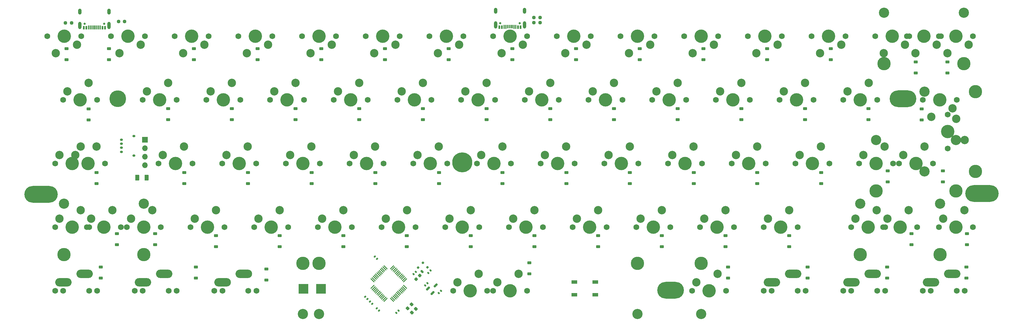
<source format=gbs>
G04 #@! TF.GenerationSoftware,KiCad,Pcbnew,8.0.4*
G04 #@! TF.CreationDate,2024-08-26T20:04:34+02:00*
G04 #@! TF.ProjectId,keyboard,6b657962-6f61-4726-942e-6b696361645f,rev?*
G04 #@! TF.SameCoordinates,Original*
G04 #@! TF.FileFunction,Soldermask,Bot*
G04 #@! TF.FilePolarity,Negative*
%FSLAX46Y46*%
G04 Gerber Fmt 4.6, Leading zero omitted, Abs format (unit mm)*
G04 Created by KiCad (PCBNEW 8.0.4) date 2024-08-26 20:04:34*
%MOMM*%
%LPD*%
G01*
G04 APERTURE LIST*
G04 Aperture macros list*
%AMRoundRect*
0 Rectangle with rounded corners*
0 $1 Rounding radius*
0 $2 $3 $4 $5 $6 $7 $8 $9 X,Y pos of 4 corners*
0 Add a 4 corners polygon primitive as box body*
4,1,4,$2,$3,$4,$5,$6,$7,$8,$9,$2,$3,0*
0 Add four circle primitives for the rounded corners*
1,1,$1+$1,$2,$3*
1,1,$1+$1,$4,$5*
1,1,$1+$1,$6,$7*
1,1,$1+$1,$8,$9*
0 Add four rect primitives between the rounded corners*
20,1,$1+$1,$2,$3,$4,$5,0*
20,1,$1+$1,$4,$5,$6,$7,0*
20,1,$1+$1,$6,$7,$8,$9,0*
20,1,$1+$1,$8,$9,$2,$3,0*%
G04 Aperture macros list end*
%ADD10C,1.750000*%
%ADD11C,4.000000*%
%ADD12C,2.500000*%
%ADD13O,4.900000X2.500000*%
%ADD14C,3.048000*%
%ADD15C,3.987800*%
%ADD16RoundRect,0.225000X-0.375000X0.225000X-0.375000X-0.225000X0.375000X-0.225000X0.375000X0.225000X0*%
%ADD17RoundRect,0.225000X0.375000X-0.225000X0.375000X0.225000X-0.375000X0.225000X-0.375000X-0.225000X0*%
%ADD18RoundRect,0.140000X0.219203X0.021213X0.021213X0.219203X-0.219203X-0.021213X-0.021213X-0.219203X0*%
%ADD19RoundRect,0.140000X-0.219203X-0.021213X-0.021213X-0.219203X0.219203X0.021213X0.021213X0.219203X0*%
%ADD20RoundRect,0.140000X-0.021213X0.219203X-0.219203X0.021213X0.021213X-0.219203X0.219203X-0.021213X0*%
%ADD21RoundRect,0.237500X-0.344715X0.008839X0.008839X-0.344715X0.344715X-0.008839X-0.008839X0.344715X0*%
%ADD22O,8.000000X5.000000*%
%ADD23O,10.000000X5.000000*%
%ADD24RoundRect,0.237500X-0.250000X-0.237500X0.250000X-0.237500X0.250000X0.237500X-0.250000X0.237500X0*%
%ADD25RoundRect,0.237500X0.250000X0.237500X-0.250000X0.237500X-0.250000X-0.237500X0.250000X-0.237500X0*%
%ADD26RoundRect,0.250000X-0.375000X-0.625000X0.375000X-0.625000X0.375000X0.625000X-0.375000X0.625000X0*%
%ADD27R,1.700000X1.700000*%
%ADD28O,1.700000X1.700000*%
%ADD29RoundRect,0.140000X0.021213X-0.219203X0.219203X-0.021213X-0.021213X0.219203X-0.219203X0.021213X0*%
%ADD30RoundRect,0.075000X-0.415425X-0.521491X0.521491X0.415425X0.415425X0.521491X-0.521491X-0.415425X0*%
%ADD31RoundRect,0.075000X0.415425X-0.521491X0.521491X-0.415425X-0.415425X0.521491X-0.521491X0.415425X0*%
%ADD32C,5.000000*%
%ADD33R,3.000000X3.000000*%
%ADD34RoundRect,0.150000X-0.275000X0.150000X-0.275000X-0.150000X0.275000X-0.150000X0.275000X0.150000X0*%
%ADD35RoundRect,0.175000X-0.225000X0.175000X-0.225000X-0.175000X0.225000X-0.175000X0.225000X0.175000X0*%
%ADD36R,1.700000X1.000000*%
%ADD37RoundRect,0.225000X0.017678X-0.335876X0.335876X-0.017678X-0.017678X0.335876X-0.335876X0.017678X0*%
%ADD38C,0.650000*%
%ADD39R,0.600000X1.100000*%
%ADD40R,0.300000X1.240000*%
%ADD41R,0.300000X1.020000*%
%ADD42R,0.300000X1.120000*%
%ADD43O,1.000000X1.800000*%
%ADD44O,1.000000X2.200000*%
%ADD45RoundRect,0.150000X-0.256326X-0.468458X0.468458X0.256326X0.256326X0.468458X-0.468458X-0.256326X0*%
%ADD46C,6.000000*%
%ADD47RoundRect,0.175000X0.106066X-0.353553X0.353553X-0.106066X-0.106066X0.353553X-0.353553X0.106066X0*%
%ADD48RoundRect,0.150000X-0.035355X-0.247487X0.247487X0.035355X0.035355X0.247487X-0.247487X-0.035355X0*%
G04 APERTURE END LIST*
D10*
X118745000Y-19050000D03*
D11*
X123825000Y-19050000D03*
D10*
X128905000Y-19050000D03*
D12*
X120015000Y-16510000D03*
X126365000Y-13970000D03*
D10*
X175895000Y-19050000D03*
D11*
X180975000Y-19050000D03*
D10*
X186055000Y-19050000D03*
D12*
X177165000Y-16510000D03*
X183515000Y-13970000D03*
D10*
X176530000Y0D03*
D11*
X171450000Y0D03*
D10*
X166370000Y0D03*
D12*
X175260000Y-2540000D03*
X168910000Y-5080000D03*
D10*
X209213750Y-76200000D03*
X211613750Y-76200000D03*
X219373750Y-76200000D03*
X221773750Y-76200000D03*
D13*
X211683750Y-73660000D03*
D12*
X212883750Y-73660000D03*
D13*
X218033750Y-71120000D03*
D12*
X219233750Y-71120000D03*
D10*
X100330000Y0D03*
D11*
X95250000Y0D03*
D10*
X90170000Y0D03*
D12*
X99060000Y-2540000D03*
X92710000Y-5080000D03*
D10*
X233026250Y-76200000D03*
X235426250Y-76200000D03*
X243186250Y-76200000D03*
X245586250Y-76200000D03*
D13*
X235496250Y-73660000D03*
D12*
X236696250Y-73660000D03*
D13*
X241846250Y-71120000D03*
D12*
X243046250Y-71120000D03*
D10*
X252730000Y0D03*
D11*
X247650000Y0D03*
D10*
X242570000Y0D03*
D12*
X251460000Y-2540000D03*
X245110000Y-5080000D03*
D10*
X43180000Y0D03*
D11*
X38100000Y0D03*
D10*
X33020000Y0D03*
D12*
X41910000Y-2540000D03*
X35560000Y-5080000D03*
D10*
X24130000Y0D03*
D11*
X19050000Y0D03*
D10*
X13970000Y0D03*
D12*
X22860000Y-2540000D03*
X16510000Y-5080000D03*
D10*
X261620000Y-57150000D03*
D11*
X266700000Y-57150000D03*
D10*
X271780000Y-57150000D03*
D12*
X262890000Y-54610000D03*
X269240000Y-52070000D03*
D10*
X213995000Y-19050000D03*
D11*
X219075000Y-19050000D03*
D10*
X224155000Y-19050000D03*
D12*
X215265000Y-16510000D03*
X221615000Y-13970000D03*
D10*
X199707500Y-38100000D03*
D11*
X204787500Y-38100000D03*
D10*
X209867500Y-38100000D03*
D12*
X200977500Y-35560000D03*
X207327500Y-33020000D03*
D10*
X138430000Y0D03*
D11*
X133350000Y0D03*
D10*
X128270000Y0D03*
D12*
X137160000Y-2540000D03*
X130810000Y-5080000D03*
D10*
X157480000Y0D03*
D11*
X152400000Y0D03*
D10*
X147320000Y0D03*
D12*
X156210000Y-2540000D03*
X149860000Y-5080000D03*
D10*
X256838750Y-76200000D03*
X259238750Y-76200000D03*
X266998750Y-76200000D03*
X269398750Y-76200000D03*
D13*
X259308750Y-73660000D03*
D12*
X260508750Y-73660000D03*
D13*
X265658750Y-71120000D03*
D12*
X266858750Y-71120000D03*
D14*
X242855750Y-31115000D03*
D15*
X242855750Y-46325000D03*
D14*
X266731750Y-31115000D03*
D15*
X266731750Y-46325000D03*
D10*
X28257500Y-38100000D03*
D11*
X33337500Y-38100000D03*
D10*
X38417500Y-38100000D03*
D12*
X29527500Y-35560000D03*
X35877500Y-33020000D03*
D10*
X237820000Y-38100000D03*
D11*
X242900000Y-38100000D03*
D10*
X247980000Y-38100000D03*
D12*
X239090000Y-35560000D03*
X245440000Y-33020000D03*
D10*
X5080000Y0D03*
D11*
X0Y0D03*
D10*
X-5080000Y0D03*
D12*
X3810000Y-2540000D03*
X-2540000Y-5080000D03*
D10*
X-2700000Y-57150000D03*
D11*
X2380000Y-57150000D03*
D10*
X7460000Y-57150000D03*
D12*
X-1430000Y-54610000D03*
X4920000Y-52070000D03*
D10*
X194945000Y-19050000D03*
D11*
X200025000Y-19050000D03*
D10*
X205105000Y-19050000D03*
D12*
X196215000Y-16510000D03*
X202565000Y-13970000D03*
D10*
X249713750Y-38100000D03*
D11*
X254793750Y-38100000D03*
D10*
X259873750Y-38100000D03*
D12*
X250983750Y-35560000D03*
X257333750Y-33020000D03*
D10*
X152082500Y-57150000D03*
D11*
X157162500Y-57150000D03*
D10*
X162242500Y-57150000D03*
D12*
X153352500Y-54610000D03*
X159702500Y-52070000D03*
D10*
X94932500Y-57150000D03*
D11*
X100012500Y-57150000D03*
D10*
X105092500Y-57150000D03*
D12*
X96202500Y-54610000D03*
X102552500Y-52070000D03*
D10*
X119380000Y0D03*
D11*
X114300000Y0D03*
D10*
X109220000Y0D03*
D12*
X118110000Y-2540000D03*
X111760000Y-5080000D03*
D10*
X195580000Y0D03*
D11*
X190500000Y0D03*
D10*
X185420000Y0D03*
D12*
X194310000Y-2540000D03*
X187960000Y-5080000D03*
D14*
X171443750Y-83185000D03*
D15*
X171443750Y-67975000D03*
D14*
X71443750Y-83185000D03*
D15*
X71443750Y-67975000D03*
D10*
X262280000Y0D03*
D11*
X257200000Y0D03*
D10*
X252120000Y0D03*
D12*
X261010000Y-2540000D03*
X254660000Y-5080000D03*
D10*
X233045000Y-19050000D03*
D11*
X238125000Y-19050000D03*
D10*
X243205000Y-19050000D03*
D12*
X234315000Y-16510000D03*
X240665000Y-13970000D03*
D10*
X99695000Y-19050000D03*
D11*
X104775000Y-19050000D03*
D10*
X109855000Y-19050000D03*
D12*
X100965000Y-16510000D03*
X107315000Y-13970000D03*
D14*
X-31750Y-50165000D03*
D15*
X-31750Y-65375000D03*
D14*
X23844250Y-50165000D03*
D15*
X23844250Y-65375000D03*
D10*
X264320000Y-23490000D03*
D11*
X264320000Y-28570000D03*
D10*
X264320000Y-33650000D03*
D12*
X266860000Y-24760000D03*
X269400000Y-31110000D03*
D10*
X123507500Y-38100000D03*
D11*
X128587500Y-38100000D03*
D10*
X133667500Y-38100000D03*
D12*
X124777500Y-35560000D03*
X131127500Y-33020000D03*
D10*
X161607500Y-38100000D03*
D11*
X166687500Y-38100000D03*
D10*
X171767500Y-38100000D03*
D12*
X162877500Y-35560000D03*
X169227500Y-33020000D03*
D10*
X-2698750Y-76200000D03*
X-298750Y-76200000D03*
X7461250Y-76200000D03*
X9861250Y-76200000D03*
D13*
X-228750Y-73660000D03*
D12*
X971250Y-73660000D03*
D13*
X6121250Y-71120000D03*
D12*
X7321250Y-71120000D03*
D14*
X257335000Y-40508000D03*
D15*
X272545000Y-40508000D03*
D14*
X257335000Y-16632000D03*
D15*
X272545000Y-16632000D03*
D10*
X142557500Y-38100000D03*
D11*
X147637500Y-38100000D03*
D10*
X152717500Y-38100000D03*
D12*
X143827500Y-35560000D03*
X150177500Y-33020000D03*
D10*
X23495000Y-19050000D03*
D11*
X28575000Y-19050000D03*
D10*
X33655000Y-19050000D03*
D12*
X24765000Y-16510000D03*
X31115000Y-13970000D03*
D10*
X233680000Y0D03*
D11*
X228600000Y0D03*
D10*
X223520000Y0D03*
D12*
X232410000Y-2540000D03*
X226060000Y-5080000D03*
D10*
X18720000Y-57150000D03*
D11*
X23800000Y-57150000D03*
D10*
X28880000Y-57150000D03*
D12*
X19990000Y-54610000D03*
X26340000Y-52070000D03*
D10*
X75882500Y-57150000D03*
D11*
X80962500Y-57150000D03*
D10*
X86042500Y-57150000D03*
D12*
X77152500Y-54610000D03*
X83502500Y-52070000D03*
D10*
X180657500Y-38100000D03*
D11*
X185737500Y-38100000D03*
D10*
X190817500Y-38100000D03*
D12*
X181927500Y-35560000D03*
X188277500Y-33020000D03*
D14*
X190500000Y-83186270D03*
D15*
X190500000Y-67976270D03*
D14*
X76200000Y-83186270D03*
D15*
X76200000Y-67976270D03*
D10*
X187801250Y-76200000D03*
D11*
X192881250Y-76200000D03*
D10*
X197961250Y-76200000D03*
D12*
X189071250Y-73660000D03*
X195421250Y-71120000D03*
D14*
X238093250Y-50160050D03*
D15*
X238093250Y-65370050D03*
D14*
X261969250Y-50160050D03*
D15*
X261969250Y-65370050D03*
D10*
X44926250Y-76200000D03*
X47326250Y-76200000D03*
X55086250Y-76200000D03*
X57486250Y-76200000D03*
D13*
X47396250Y-73660000D03*
D12*
X48596250Y-73660000D03*
D13*
X53746250Y-71120000D03*
D12*
X54946250Y-71120000D03*
D10*
X116363750Y-76200000D03*
D11*
X121443750Y-76200000D03*
D10*
X126523750Y-76200000D03*
D12*
X117633750Y-73660000D03*
X123983750Y-71120000D03*
D10*
X137795000Y-19050000D03*
D11*
X142875000Y-19050000D03*
D10*
X147955000Y-19050000D03*
D12*
X139065000Y-16510000D03*
X145415000Y-13970000D03*
D10*
X66357500Y-38100000D03*
D11*
X71437500Y-38100000D03*
D10*
X76517500Y-38100000D03*
D12*
X67627500Y-35560000D03*
X73977500Y-33020000D03*
D10*
X244951250Y-57150000D03*
D11*
X250031250Y-57150000D03*
D10*
X255111250Y-57150000D03*
D12*
X246221250Y-54610000D03*
X252571250Y-52070000D03*
D10*
X156845000Y-19050000D03*
D11*
X161925000Y-19050000D03*
D10*
X167005000Y-19050000D03*
D12*
X158115000Y-16510000D03*
X164465000Y-13970000D03*
D10*
X113982500Y-57150000D03*
D11*
X119062500Y-57150000D03*
D10*
X124142500Y-57150000D03*
D12*
X115252500Y-54610000D03*
X121602500Y-52070000D03*
D10*
X104457500Y-38100000D03*
D11*
X109537500Y-38100000D03*
D10*
X114617500Y-38100000D03*
D12*
X105727500Y-35560000D03*
X112077500Y-33020000D03*
D10*
X56832500Y-57150000D03*
D11*
X61912500Y-57150000D03*
D10*
X66992500Y-57150000D03*
D12*
X58102500Y-54610000D03*
X64452500Y-52070000D03*
D10*
X214630000Y0D03*
D11*
X209550000Y0D03*
D10*
X204470000Y0D03*
D12*
X213360000Y-2540000D03*
X207010000Y-5080000D03*
D10*
X209232500Y-57150000D03*
D11*
X214312500Y-57150000D03*
D10*
X219392500Y-57150000D03*
D12*
X210502500Y-54610000D03*
X216852500Y-52070000D03*
D10*
X171132500Y-57150000D03*
D11*
X176212500Y-57150000D03*
D10*
X181292500Y-57150000D03*
D12*
X172402500Y-54610000D03*
X178752500Y-52070000D03*
D10*
X271780000Y0D03*
D11*
X266700000Y0D03*
D10*
X261620000Y0D03*
D12*
X270510000Y-2540000D03*
X264160000Y-5080000D03*
D10*
X81280000Y0D03*
D11*
X76200000Y0D03*
D10*
X71120000Y0D03*
D12*
X80010000Y-2540000D03*
X73660000Y-5080000D03*
D10*
X61595000Y-19050000D03*
D11*
X66675000Y-19050000D03*
D10*
X71755000Y-19050000D03*
D12*
X62865000Y-16510000D03*
X69215000Y-13970000D03*
D10*
X267017500Y-19050000D03*
D11*
X261937500Y-19050000D03*
D10*
X256857500Y-19050000D03*
D12*
X265747500Y-21590000D03*
X259397500Y-24130000D03*
D10*
X47307500Y-38100000D03*
D11*
X52387500Y-38100000D03*
D10*
X57467500Y-38100000D03*
D12*
X48577500Y-35560000D03*
X54927500Y-33020000D03*
D10*
X235420000Y-57150000D03*
D11*
X240500000Y-57150000D03*
D10*
X245580000Y-57150000D03*
D12*
X236690000Y-54610000D03*
X243040000Y-52070000D03*
D10*
X6826250Y-57150000D03*
D11*
X11906250Y-57150000D03*
D10*
X16986250Y-57150000D03*
D12*
X8096250Y-54610000D03*
X14446250Y-52070000D03*
D14*
X245262000Y6985000D03*
D15*
X245262000Y-8225000D03*
D14*
X269138000Y6985000D03*
D15*
X269138000Y-8225000D03*
D10*
X190182500Y-57150000D03*
D11*
X195262500Y-57150000D03*
D10*
X200342500Y-57150000D03*
D12*
X191452500Y-54610000D03*
X197802500Y-52070000D03*
D10*
X133032500Y-57150000D03*
D11*
X138112500Y-57150000D03*
D10*
X143192500Y-57150000D03*
D12*
X134302500Y-54610000D03*
X140652500Y-52070000D03*
D10*
X62230000Y0D03*
D11*
X57150000Y0D03*
D10*
X52070000Y0D03*
D12*
X60960000Y-2540000D03*
X54610000Y-5080000D03*
D10*
X218757500Y-38100000D03*
D11*
X223837500Y-38100000D03*
D10*
X228917500Y-38100000D03*
D12*
X220027500Y-35560000D03*
X226377500Y-33020000D03*
D10*
X-2695000Y-38100000D03*
D11*
X2385000Y-38100000D03*
D10*
X7465000Y-38100000D03*
D12*
X-1425000Y-35560000D03*
X4925000Y-33020000D03*
D10*
X85407500Y-38100000D03*
D11*
X90487500Y-38100000D03*
D10*
X95567500Y-38100000D03*
D12*
X86677500Y-35560000D03*
X93027500Y-33020000D03*
D10*
X37782500Y-57150000D03*
D11*
X42862500Y-57150000D03*
D10*
X47942500Y-57150000D03*
D12*
X39052500Y-54610000D03*
X45402500Y-52070000D03*
D10*
X-317500Y-19050000D03*
D11*
X4762500Y-19050000D03*
D10*
X9842500Y-19050000D03*
D12*
X952500Y-16510000D03*
X7302500Y-13970000D03*
D10*
X21120000Y-76200000D03*
X23520000Y-76200000D03*
X31280000Y-76200000D03*
X33680000Y-76200000D03*
D13*
X23590000Y-73660000D03*
D12*
X24790000Y-73660000D03*
D13*
X29940000Y-71120000D03*
D12*
X31140000Y-71120000D03*
D10*
X2063750Y-38100000D03*
D11*
X7143750Y-38100000D03*
D10*
X12223750Y-38100000D03*
D12*
X3333750Y-35560000D03*
X9683750Y-33020000D03*
D10*
X42545000Y-19050000D03*
D11*
X47625000Y-19050000D03*
D10*
X52705000Y-19050000D03*
D12*
X43815000Y-16510000D03*
X50165000Y-13970000D03*
D10*
X80645000Y-19050000D03*
D11*
X85725000Y-19050000D03*
D10*
X90805000Y-19050000D03*
D12*
X81915000Y-16510000D03*
X88265000Y-13970000D03*
D10*
X128270000Y-76201270D03*
D11*
X133350000Y-76201270D03*
D10*
X138430000Y-76201270D03*
D12*
X129540000Y-73661270D03*
X135890000Y-71121270D03*
D16*
X246150000Y-69099999D03*
X246150000Y-72399999D03*
D17*
X126350000Y-25000000D03*
X126350000Y-21700000D03*
X207300000Y-44100000D03*
X207300000Y-40800000D03*
X115000000Y-7025000D03*
X115000000Y-3725000D03*
X240600000Y-25000000D03*
X240600000Y-21700000D03*
D18*
X93553372Y-66611236D03*
X92874550Y-65932414D03*
D17*
X60500000Y-73000000D03*
X60500000Y-69700000D03*
X95950000Y-7025000D03*
X95950000Y-3725000D03*
D19*
X91450000Y-79400000D03*
X92128822Y-80078822D03*
D17*
X226400000Y-44100000D03*
X226400000Y-40800000D03*
X159700000Y-63000000D03*
X159700000Y-59700000D03*
D20*
X100039411Y-82110589D03*
X99360589Y-82789411D03*
D17*
X102500000Y-63000000D03*
X102500000Y-59700000D03*
X191200000Y-7025000D03*
X191200000Y-3725000D03*
X264200000Y-11000000D03*
X264200000Y-7699999D03*
D21*
X103900000Y-80300000D03*
X105190470Y-81590470D03*
D22*
X181350000Y-76000000D03*
D17*
X57850000Y-7025000D03*
X57850000Y-3725000D03*
D23*
X274500000Y-47100000D03*
D24*
X140512500Y5625000D03*
X142337500Y5625000D03*
D20*
X112733558Y-76180402D03*
X112054736Y-76859224D03*
D17*
X50150000Y-25000000D03*
X50150000Y-21700000D03*
D25*
X142337500Y4050000D03*
X140512500Y4050000D03*
D26*
X21900001Y-42300000D03*
X24699999Y-42300000D03*
D17*
X121600000Y-63000000D03*
X121600000Y-59700000D03*
X172150000Y-7025000D03*
X172150000Y-3725000D03*
D16*
X198600000Y-69099999D03*
X198600000Y-72399999D03*
D17*
X38800000Y-7025000D03*
X38800000Y-3725000D03*
X169200000Y-44100000D03*
X169200000Y-40800000D03*
X253400000Y-62400000D03*
X253400000Y-59100000D03*
X150200000Y-44100000D03*
X150200000Y-40800000D03*
D27*
X24200000Y-31000000D03*
D28*
X24200000Y-33540000D03*
X24200000Y-36079999D03*
X24200000Y-38620000D03*
D21*
X102754765Y-81454765D03*
X104045235Y-82745235D03*
D17*
X246300000Y-43600000D03*
X246300000Y-40300000D03*
D18*
X90724945Y-78689411D03*
X90046123Y-78010589D03*
D29*
X107960589Y-74589411D03*
X108639411Y-73910589D03*
D17*
X31100000Y-25000000D03*
X31100000Y-21700000D03*
X153100000Y-7025000D03*
X153100000Y-3725000D03*
X188300000Y-44100000D03*
X188300000Y-40800000D03*
D30*
X96104260Y-78937876D03*
X95750706Y-78584322D03*
X95397153Y-78230769D03*
X95043599Y-77877215D03*
X94690046Y-77523662D03*
X94336493Y-77170109D03*
X93982939Y-76816555D03*
X93629386Y-76463002D03*
X93275833Y-76109449D03*
X92922279Y-75755895D03*
X92568726Y-75402342D03*
X92215172Y-75048788D03*
D31*
X92215172Y-73051212D03*
X92568726Y-72697658D03*
X92922279Y-72344105D03*
X93275833Y-71990551D03*
X93629386Y-71636998D03*
X93982939Y-71283445D03*
X94336493Y-70929891D03*
X94690046Y-70576338D03*
X95043599Y-70222785D03*
X95397153Y-69869231D03*
X95750706Y-69515678D03*
X96104260Y-69162124D03*
D30*
X98101836Y-69162124D03*
X98455390Y-69515678D03*
X98808943Y-69869231D03*
X99162497Y-70222785D03*
X99516050Y-70576338D03*
X99869603Y-70929891D03*
X100223157Y-71283445D03*
X100576710Y-71636998D03*
X100930263Y-71990551D03*
X101283817Y-72344105D03*
X101637370Y-72697658D03*
X101990924Y-73051212D03*
D31*
X101990924Y-75048788D03*
X101637370Y-75402342D03*
X101283817Y-75755895D03*
X100930263Y-76109449D03*
X100576710Y-76463002D03*
X100223157Y-76816555D03*
X99869603Y-77170109D03*
X99516050Y-77523662D03*
X99162497Y-77877215D03*
X98808943Y-78230769D03*
X98455390Y-78584322D03*
X98101836Y-78937876D03*
D17*
X140700000Y-63000000D03*
X140700000Y-59700000D03*
D25*
X18087500Y4375000D03*
X16262500Y4375000D03*
D32*
X16050000Y-18700000D03*
D17*
X54950000Y-44100000D03*
X54950000Y-40800000D03*
D16*
X139100000Y-67800000D03*
X139100000Y-71100000D03*
D33*
X76850000Y-75650000D03*
D29*
X104510589Y-71239411D03*
X105189411Y-70560589D03*
D25*
X2212500Y3975000D03*
X387500Y3975000D03*
D17*
X13400000Y-7000000D03*
X13400000Y-3700000D03*
D34*
X17125000Y-31000000D03*
X17125000Y-32200000D03*
X17125000Y-33400000D03*
X17125000Y-34600000D03*
D35*
X20900000Y-29850000D03*
X20900000Y-35750000D03*
D17*
X93100000Y-44100000D03*
X93100000Y-40800000D03*
D16*
X269900000Y-69099999D03*
X269900000Y-72399999D03*
X39370000Y-69099999D03*
X39370000Y-72399999D03*
D17*
X9700000Y-44100000D03*
X9700000Y-40800000D03*
X45400000Y-63000000D03*
X45400000Y-59700000D03*
D33*
X71599999Y-75650000D03*
D17*
X262800000Y-43600000D03*
X262800000Y-40300000D03*
X74000000Y-44100000D03*
X74000000Y-40800000D03*
D36*
X158899999Y-73600000D03*
X152600001Y-73600000D03*
X158899999Y-77400000D03*
X152600001Y-77400000D03*
D17*
X221600000Y-25000000D03*
X221600000Y-21700000D03*
D19*
X93535589Y-81485589D03*
X94214411Y-82164411D03*
D16*
X222400000Y-69099999D03*
X222400000Y-72399999D03*
D17*
X69200000Y-25000000D03*
X69200000Y-21700000D03*
X183500000Y-25000000D03*
X183500000Y-21700000D03*
X35900000Y-44100000D03*
X35900000Y-40800000D03*
D37*
X105300000Y-72750000D03*
X106396016Y-71653984D03*
D17*
X83500000Y-63000000D03*
X83500000Y-59700000D03*
D20*
X109600000Y-70150000D03*
X108921178Y-70828822D03*
D17*
X216850000Y-63000000D03*
X216850000Y-59700000D03*
D22*
X250900000Y-18700000D03*
D17*
X197800000Y-63000000D03*
X197800000Y-59700000D03*
D23*
X-6900000Y-47300000D03*
D17*
X107300000Y-25000000D03*
X107300000Y-21700000D03*
D38*
X130460000Y3900000D03*
X136240000Y3900000D03*
D39*
X130150000Y2725000D03*
X130950000Y2725000D03*
D40*
X132100000Y2800000D03*
D41*
X133100000Y2910000D03*
X133600000Y2910000D03*
D40*
X134600000Y2800000D03*
D39*
X135750000Y2725000D03*
X136550000Y2725000D03*
X136550000Y2725000D03*
X135750000Y2725000D03*
D40*
X135100000Y2800000D03*
D42*
X134100000Y2860000D03*
X132600000Y2860000D03*
D40*
X131600000Y2800000D03*
D39*
X130950000Y2725000D03*
X130150000Y2725000D03*
D43*
X129030000Y7600000D03*
D44*
X129030000Y3400000D03*
D43*
X137670000Y7600000D03*
D44*
X137670000Y3400000D03*
D45*
X110205652Y-76869830D03*
X108862150Y-75526328D03*
X111142569Y-74589411D03*
D17*
X27200000Y-62400000D03*
X27200000Y-59100000D03*
D46*
X119050000Y-37800000D03*
D17*
X15800000Y-62400000D03*
X15800000Y-59100000D03*
D38*
X6160000Y3700000D03*
X11940000Y3700000D03*
D39*
X5850000Y2525000D03*
X6650000Y2525000D03*
D40*
X7800000Y2600000D03*
X8800000Y2600000D03*
X9300000Y2600000D03*
X10300000Y2600000D03*
D39*
X11450000Y2525000D03*
X12250000Y2525000D03*
X12250000Y2525000D03*
X11450000Y2525000D03*
D40*
X10800000Y2600000D03*
X9800000Y2600000D03*
X8300000Y2600000D03*
X7300000Y2600000D03*
D39*
X6650000Y2525000D03*
X5850000Y2525000D03*
D43*
X4730000Y7400000D03*
D44*
X4730000Y3200000D03*
D43*
X13370000Y7400000D03*
D44*
X13370000Y3200000D03*
D17*
X7350000Y-25075000D03*
X7350000Y-21775000D03*
X700000Y-7025000D03*
X700000Y-3725000D03*
X270000000Y-62400000D03*
X270000000Y-59100000D03*
D16*
X10920000Y-69099999D03*
X10920000Y-72399999D03*
D17*
X64450000Y-63000000D03*
X64450000Y-59700000D03*
X202550000Y-25000000D03*
X202550000Y-21700000D03*
X164450000Y-25000000D03*
X164450000Y-21700000D03*
X178750000Y-63000000D03*
X178750000Y-59700000D03*
X256450000Y-25100000D03*
X256450000Y-21800000D03*
X88250000Y-25000000D03*
X88250000Y-21700000D03*
X229300000Y-7025000D03*
X229300000Y-3725000D03*
X145400000Y-25000000D03*
X145400000Y-21700000D03*
X76900000Y-7025000D03*
X76900000Y-3725000D03*
D47*
X107073223Y-70437437D03*
D48*
X105871142Y-69235355D03*
X107285355Y-67821142D03*
X108628858Y-69164645D03*
D17*
X134050000Y-7025000D03*
X134050000Y-3725000D03*
X131100000Y-44100000D03*
X131100000Y-40800000D03*
X210250000Y-7025000D03*
X210250000Y-3725000D03*
X254700000Y-11000000D03*
X254700000Y-7700000D03*
X112100000Y-44100000D03*
X112100000Y-40800000D03*
M02*

</source>
